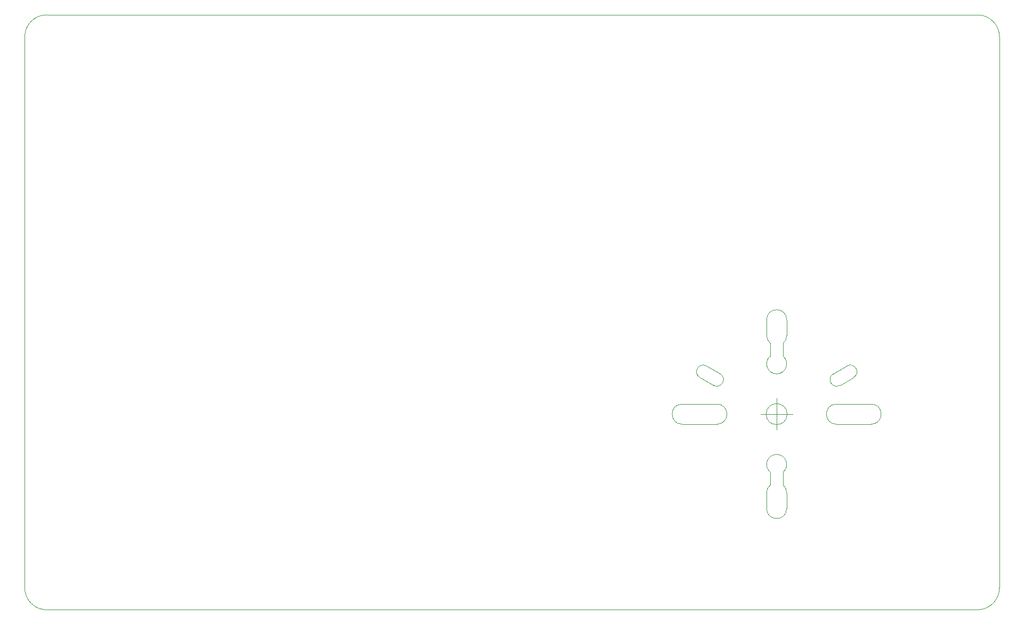
<source format=gbr>
%TF.GenerationSoftware,KiCad,Pcbnew,(6.0.1)*%
%TF.CreationDate,2022-11-08T22:53:37+08:00*%
%TF.ProjectId,Scroller1,5363726f-6c6c-4657-9231-2e6b69636164,rev?*%
%TF.SameCoordinates,Original*%
%TF.FileFunction,Profile,NP*%
%FSLAX46Y46*%
G04 Gerber Fmt 4.6, Leading zero omitted, Abs format (unit mm)*
G04 Created by KiCad (PCBNEW (6.0.1)) date 2022-11-08 22:53:37*
%MOMM*%
%LPD*%
G01*
G04 APERTURE LIST*
%TA.AperFunction,Profile*%
%ADD10C,0.100000*%
%TD*%
%TA.AperFunction,Profile*%
%ADD11C,0.120000*%
%TD*%
G04 APERTURE END LIST*
D10*
X64321600Y-57096000D02*
X64321600Y-144711000D01*
X215646000Y-53596000D02*
X67821600Y-53596000D01*
X67821600Y-53596000D02*
G75*
G03*
X64321600Y-57096000I-1J-3499999D01*
G01*
X64321600Y-144711000D02*
G75*
G03*
X67821600Y-148211000I3499999J-1D01*
G01*
X67821600Y-148211000D02*
X215646000Y-148211000D01*
X215646000Y-148211000D02*
G75*
G03*
X219146000Y-144711000I1J3499999D01*
G01*
X219146000Y-57096000D02*
G75*
G03*
X215646000Y-53596000I-3499999J1D01*
G01*
X219146000Y-144711000D02*
X219146000Y-57096000D01*
X185421701Y-117092460D02*
G75*
G03*
X185421701Y-117092460I-1666666J0D01*
G01*
X181255035Y-117092460D02*
X186255035Y-117092460D01*
X183755035Y-114592460D02*
X183755035Y-119592460D01*
D11*
%TO.C,Mnt1*%
X198755035Y-118692460D02*
X193255035Y-118692460D01*
D10*
X194921378Y-109433133D02*
X192756315Y-110683133D01*
D11*
X184805035Y-128392460D02*
X184805035Y-126292460D01*
X193255035Y-115492460D02*
X198755035Y-115492460D01*
X185355035Y-132092460D02*
X185355035Y-129592460D01*
D10*
X172614972Y-109433133D02*
X174780035Y-110683133D01*
D11*
X185355035Y-104592460D02*
X185355035Y-102092460D01*
X174255035Y-118692460D02*
X168755035Y-118692460D01*
D10*
X171564972Y-111251787D02*
X173730035Y-112501787D01*
D11*
X182705035Y-105792460D02*
X182705035Y-107892460D01*
X184805035Y-105792460D02*
X184805035Y-107892460D01*
D10*
X195971378Y-111251787D02*
X193806315Y-112501787D01*
D11*
X182705035Y-128392460D02*
X182705035Y-126292460D01*
X182155035Y-129592460D02*
X182155035Y-132092460D01*
X168755035Y-115492460D02*
X174255035Y-115492460D01*
X182155035Y-102092460D02*
X182155035Y-104592460D01*
X193255035Y-115492460D02*
G75*
G03*
X193255035Y-118692460I0J-1600000D01*
G01*
D10*
X192756315Y-110683133D02*
G75*
G03*
X193806315Y-112501787I525000J-909327D01*
G01*
D11*
X185349556Y-129592460D02*
G75*
G03*
X184805034Y-128392461I-1594521J-1D01*
G01*
X184808642Y-105796583D02*
G75*
G03*
X185355035Y-104592460I-1053604J1204122D01*
G01*
X182701428Y-128388337D02*
G75*
G03*
X182155035Y-129592460I1053604J-1204122D01*
G01*
X184805034Y-126292459D02*
G75*
G03*
X182705036Y-126292459I-1049999J1199999D01*
G01*
D10*
X172614972Y-109433133D02*
G75*
G03*
X171564972Y-111251787I-525000J-909327D01*
G01*
X195971378Y-111251787D02*
G75*
G03*
X194921378Y-109433133I-525000J909327D01*
G01*
D11*
X168755035Y-115492460D02*
G75*
G03*
X168755035Y-118692460I0J-1600000D01*
G01*
D10*
X173730035Y-112501787D02*
G75*
G03*
X174780035Y-110683133I525000J909327D01*
G01*
D11*
X182705036Y-107892461D02*
G75*
G03*
X184805034Y-107892461I1049999J-1199999D01*
G01*
X174255035Y-118692460D02*
G75*
G03*
X174255035Y-115492460I0J1600000D01*
G01*
X182160514Y-104592460D02*
G75*
G03*
X182705036Y-105792459I1594521J1D01*
G01*
X182155035Y-132092460D02*
G75*
G03*
X185355035Y-132092460I1600000J0D01*
G01*
X185355035Y-102092460D02*
G75*
G03*
X182155035Y-102092460I-1600000J0D01*
G01*
X198755035Y-118692460D02*
G75*
G03*
X198755035Y-115492460I0J1600000D01*
G01*
%TD*%
M02*

</source>
